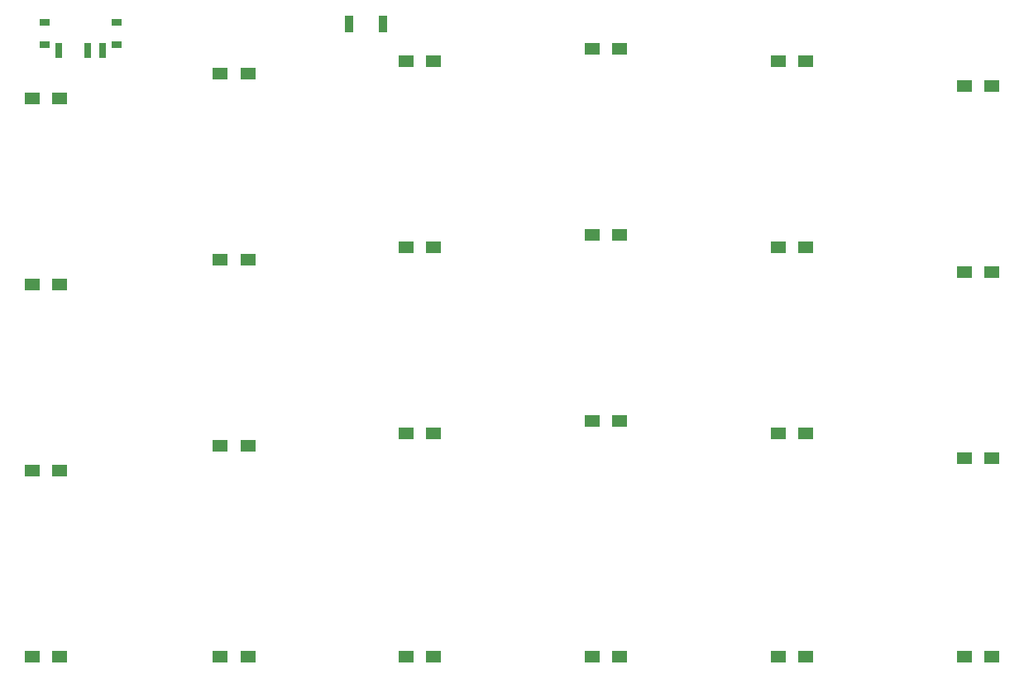
<source format=gbr>
%TF.GenerationSoftware,KiCad,Pcbnew,5.1.9*%
%TF.CreationDate,2021-01-06T03:20:38-06:00*%
%TF.ProjectId,halfboard,68616c66-626f-4617-9264-2e6b69636164,rev?*%
%TF.SameCoordinates,Original*%
%TF.FileFunction,Paste,Bot*%
%TF.FilePolarity,Positive*%
%FSLAX46Y46*%
G04 Gerber Fmt 4.6, Leading zero omitted, Abs format (unit mm)*
G04 Created by KiCad (PCBNEW 5.1.9) date 2021-01-06 03:20:38*
%MOMM*%
%LPD*%
G01*
G04 APERTURE LIST*
%ADD10R,1.000000X0.800000*%
%ADD11R,0.700000X1.500000*%
%ADD12R,0.900000X1.700000*%
%ADD13R,1.600000X1.200000*%
G04 APERTURE END LIST*
D10*
%TO.C,REF\u002A\u002A*%
X52230000Y-49040000D03*
X59530000Y-49040000D03*
X59530000Y-46830000D03*
X52230000Y-46830000D03*
D11*
X58130000Y-49690000D03*
X56630000Y-49690000D03*
X53630000Y-49690000D03*
%TD*%
D12*
%TO.C,REF\u002A\u002A*%
X83390000Y-46990000D03*
X86790000Y-46990000D03*
%TD*%
D13*
%TO.C,D0*%
X149132303Y-53340000D03*
X146332303Y-53340000D03*
%TD*%
%TO.C,D0*%
X149132303Y-72390000D03*
X146332303Y-72390000D03*
%TD*%
%TO.C,D0*%
X149132303Y-91440000D03*
X146332303Y-91440000D03*
%TD*%
%TO.C,D0*%
X149132303Y-111760000D03*
X146332303Y-111760000D03*
%TD*%
%TO.C,D0*%
X130082303Y-111760000D03*
X127282303Y-111760000D03*
%TD*%
%TO.C,D0*%
X111032303Y-111760000D03*
X108232303Y-111760000D03*
%TD*%
%TO.C,D0*%
X91982303Y-111760000D03*
X89182303Y-111760000D03*
%TD*%
%TO.C,D0*%
X130082303Y-88900000D03*
X127282303Y-88900000D03*
%TD*%
%TO.C,D0*%
X130082303Y-69850000D03*
X127282303Y-69850000D03*
%TD*%
%TO.C,D0*%
X130082303Y-50800000D03*
X127282303Y-50800000D03*
%TD*%
%TO.C,D0*%
X111032303Y-49530000D03*
X108232303Y-49530000D03*
%TD*%
%TO.C,D0*%
X111032303Y-68580000D03*
X108232303Y-68580000D03*
%TD*%
%TO.C,D0*%
X111032303Y-87630000D03*
X108232303Y-87630000D03*
%TD*%
%TO.C,D0*%
X91982303Y-88900000D03*
X89182303Y-88900000D03*
%TD*%
%TO.C,D0*%
X91982303Y-69850000D03*
X89182303Y-69850000D03*
%TD*%
%TO.C,D0*%
X91982303Y-50800000D03*
X89182303Y-50800000D03*
%TD*%
%TO.C,D0*%
X72989231Y-52070000D03*
X70189231Y-52070000D03*
%TD*%
%TO.C,D0*%
X72989231Y-71120000D03*
X70189231Y-71120000D03*
%TD*%
%TO.C,D0*%
X72989231Y-90170000D03*
X70189231Y-90170000D03*
%TD*%
%TO.C,D0*%
X72989231Y-111760000D03*
X70189231Y-111760000D03*
%TD*%
%TO.C,D0*%
X53724000Y-111760000D03*
X50924000Y-111760000D03*
%TD*%
%TO.C,D0*%
X53724000Y-92710000D03*
X50924000Y-92710000D03*
%TD*%
%TO.C,D0*%
X53724000Y-73660000D03*
X50924000Y-73660000D03*
%TD*%
%TO.C,D0*%
X50924000Y-54610000D03*
X53724000Y-54610000D03*
%TD*%
M02*

</source>
